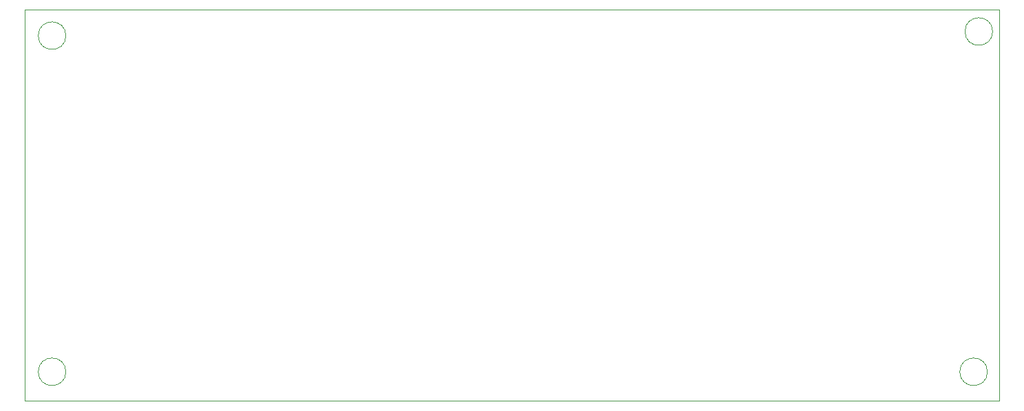
<source format=gm1>
G04 #@! TF.GenerationSoftware,KiCad,Pcbnew,6.0.10-2.fc37*
G04 #@! TF.CreationDate,2023-02-05T13:57:13+01:00*
G04 #@! TF.ProjectId,Full schematic,46756c6c-2073-4636-9865-6d617469632e,rev?*
G04 #@! TF.SameCoordinates,Original*
G04 #@! TF.FileFunction,Profile,NP*
%FSLAX46Y46*%
G04 Gerber Fmt 4.6, Leading zero omitted, Abs format (unit mm)*
G04 Created by KiCad (PCBNEW 6.0.10-2.fc37) date 2023-02-05 13:57:13*
%MOMM*%
%LPD*%
G01*
G04 APERTURE LIST*
G04 #@! TA.AperFunction,Profile*
%ADD10C,0.050000*%
G04 #@! TD*
G04 APERTURE END LIST*
D10*
X24511000Y-21590000D02*
G75*
G03*
X24511000Y-21590000I-1700000J0D01*
G01*
X19431000Y-18415000D02*
X139446000Y-18415000D01*
X139446000Y-18415000D02*
X139446000Y-66675000D01*
X139446000Y-66675000D02*
X19431000Y-66675000D01*
X19431000Y-66675000D02*
X19431000Y-18415000D01*
X137971000Y-63070000D02*
G75*
G03*
X137971000Y-63070000I-1700000J0D01*
G01*
X24511000Y-63070000D02*
G75*
G03*
X24511000Y-63070000I-1700000J0D01*
G01*
X138606000Y-21082000D02*
G75*
G03*
X138606000Y-21082000I-1700000J0D01*
G01*
M02*

</source>
